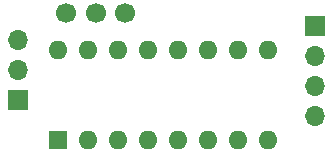
<source format=gbr>
%TF.GenerationSoftware,KiCad,Pcbnew,7.0.6*%
%TF.CreationDate,2024-01-05T23:35:14+05:00*%
%TF.ProjectId,FSKmodem,46534b6d-6f64-4656-9d2e-6b696361645f,rev?*%
%TF.SameCoordinates,Original*%
%TF.FileFunction,Soldermask,Top*%
%TF.FilePolarity,Negative*%
%FSLAX46Y46*%
G04 Gerber Fmt 4.6, Leading zero omitted, Abs format (unit mm)*
G04 Created by KiCad (PCBNEW 7.0.6) date 2024-01-05 23:35:14*
%MOMM*%
%LPD*%
G01*
G04 APERTURE LIST*
%ADD10R,1.700000X1.700000*%
%ADD11O,1.700000X1.700000*%
%ADD12R,1.600000X1.600000*%
%ADD13O,1.600000X1.600000*%
%ADD14C,1.700000*%
G04 APERTURE END LIST*
D10*
%TO.C,SV2*%
X128975000Y-67282500D03*
D11*
X128975000Y-69822500D03*
X128975000Y-72362500D03*
X128975000Y-74902500D03*
%TD*%
D12*
%TO.C,IC1*%
X107240900Y-76945800D03*
D13*
X109780900Y-76945800D03*
X112320900Y-76945800D03*
X114860900Y-76945800D03*
X117400900Y-76945800D03*
X119940900Y-76945800D03*
X122480900Y-76945800D03*
X125020900Y-76945800D03*
X125020900Y-69325800D03*
X122480900Y-69325800D03*
X119940900Y-69325800D03*
X117400900Y-69325800D03*
X114860900Y-69325800D03*
X112320900Y-69325800D03*
X109780900Y-69325800D03*
X107240900Y-69325800D03*
%TD*%
D10*
%TO.C,SV1*%
X103825480Y-73528788D03*
D11*
X103825480Y-70988788D03*
X103825480Y-68448788D03*
%TD*%
D14*
%TO.C,Q1*%
X112920606Y-66213256D03*
X110420606Y-66213256D03*
X107920606Y-66213256D03*
%TD*%
M02*

</source>
